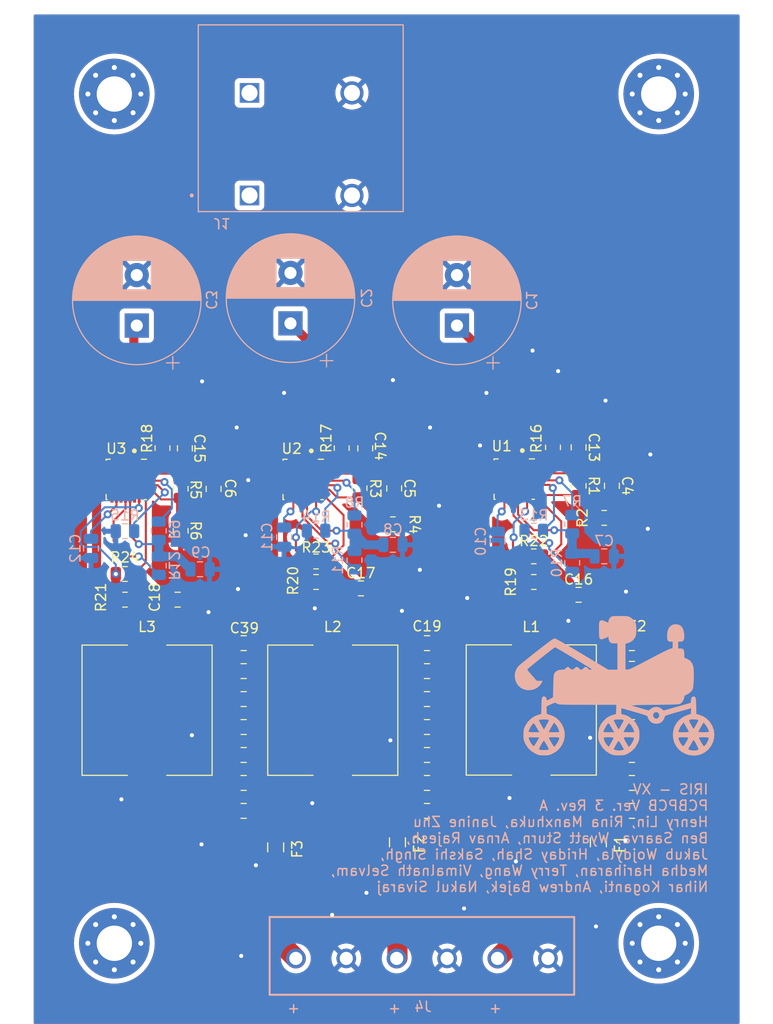
<source format=kicad_pcb>
(kicad_pcb (version 20240108) (generator "pcbnew") (generator_version "8.0")
  (layers (0 "F.Cu" signal) (1 "In1.Cu" power "PWR.Cu") (2 "In2.Cu" power "GND.Cu") (31 "B.Cu" signal) (34 "B.Paste" user) (35 "F.Paste" user) (36 "B.SilkS" user "B.Silkscreen") (37 "F.SilkS" user "F.Silkscreen") (38 "B.Mask" user) (39 "F.Mask" user) (44 "Edge.Cuts" user))
  (net 0 "")
  (net 1 "/V_BAT_IN")
  (net 2 "GND")
  (net 3 "Net-(U1-VDD)")
  (net 4 "Net-(U2-VDD)")
  (net 5 "Net-(U3-VDD)")
  (net 6 "Net-(U1-VDRV)")
  (net 7 "Net-(U2-VDRV)")
  (net 8 "Net-(U3-VDRV)")
  (net 9 "Net-(U1-BOOT)")
  (net 10 "Net-(C13-Pad2)")
  (net 11 "Net-(U2-BOOT)")
  (net 12 "Net-(C14-Pad2)")
  (net 13 "Net-(U3-BOOT)")
  (net 14 "Net-(C15-Pad2)")
  (net 15 "/5V_OUT_1")
  (net 16 "/5V_OUT_2")
  (net 17 "/5V_OUT_3")
  (net 18 "Net-(L1-Pad1)")
  (net 19 "Net-(L2-Pad1)")
  (net 20 "Net-(L3-Pad1)")
  (net 21 "Net-(U1-EN)")
  (net 22 "Net-(U2-EN)")
  (net 23 "Net-(U3-EN)")
  (net 24 "Net-(U1-MODE1)")
  (net 25 "Net-(U2-MODE1)")
  (net 26 "Net-(U3-MODE1)")
  (net 27 "Net-(U1-PGOOD)")
  (net 28 "Net-(U2-PGOOD)")
  (net 29 "Net-(U3-PGOOD)")
  (net 30 "Net-(U1-MODE2)")
  (net 31 "Net-(U2-MODE2)")
  (net 32 "Net-(U3-MODE2)")
  (net 33 "Net-(U1-PHASE)")
  (net 34 "Net-(U2-PHASE)")
  (net 35 "Net-(U3-PHASE)")
  (net 36 "Net-(U1-FB)")
  (net 37 "Net-(U2-FB)")
  (net 38 "Net-(U3-FB)")
  (net 39 "/GL")
  (net 40 "Net-(U1-VOUT)")
  (net 41 "Net-(U2-VOUT)")
  (net 42 "Net-(U3-VOUT)")
  (footprint "MountingHole:MountingHole_3.5mm_Pad_Via" (layer "F.Cu") (at 79.984155 30.875)
    (property "Reference" "REF**" (hide yes))
    (property "Value" "MountingHole_3.5mm_Pad_Via")
  )
  (footprint "Capacitor_SMD:C_0805_2012Metric" (layer "F.Cu") (at 50.450345 79.847)
    (property "Reference" "C17")
    (property "Value" "100nF")
  )
  (footprint "Inductor_SMD:L_Vishay_IHLP-5050" (layer "F.Cu") (at 47.6615 91.912 -90)
    (property "Reference" "L2")
    (property "Value" "1uH")
  )
  (footprint "Capacitor_SMD:C_0805_2012Metric" (layer "F.Cu") (at 57.005345 96.34892)
    (property "Reference" "C21" (hide yes))
    (property "Value" "47uF")
  )
  (footprint "SIC_431_supporting:REGULATOR_SIC431AED-T1-GE3" (layer "F.Cu") (at 44.730345 69.052 -90)
    (property "Reference" "U2")
    (property "Value" "SIC431AED-T1-GE3")
  )
  (footprint "Resistor_SMD:R_0805_2012Metric" (layer "F.Cu") (at 50.315345 69.922 -90)
    (property "Reference" "R3")
    (property "Value" "562k")
  )
  (footprint "Capacitor_SMD:C_0805_2012Metric" (layer "F.Cu") (at 75.342345 69.687 -90)
    (property "Reference" "C4")
    (property "Value" "100nF")
  )
  (footprint "Resistor_SMD:R_0805_2012Metric" (layer "F.Cu") (at 32.575345 74.142 -90)
    (property "Reference" "R6")
    (property "Value" "309k")
  )
  (footprint "Capacitor_SMD:C_0805_2012Metric" (layer "F.Cu") (at 77.325345 96.34892)
    (property "Reference" "C28" (hide yes))
    (property "Value" "47uF")
  )
  (footprint "Resistor_SMD:R_0805_2012Metric" (layer "F.Cu") (at 27.055345 78.422)
    (property "Reference" "R24")
    (property "Value" "78.7k")
  )
  (footprint "Resistor_SMD:R_0805_2012Metric" (layer "F.Cu") (at 48.545345 65.952 90)
    (property "Reference" "R17")
    (property "Value" "0")
  )
  (footprint "Inductor_SMD:L_Vishay_IHLP-5050" (layer "F.Cu") (at 29.245345 91.912 -90)
    (property "Reference" "L3")
    (property "Value" "1uH")
  )
  (footprint "Capacitor_SMD:C_0805_2012Metric" (layer "F.Cu") (at 57.005345 85.272)
    (property "Reference" "C19")
    (property "Value" "47uF")
  )
  (footprint "Capacitor_SMD:C_0805_2012Metric" (layer "F.Cu") (at 38.825345 88.04123)
    (property "Reference" "C34" (hide yes))
    (property "Value" "47uF")
  )
  (footprint "Resistor_SMD:R_0805_2012Metric" (layer "F.Cu") (at 72.040345 69.687 -90)
    (property "Reference" "R1")
    (property "Value" "562k")
  )
  (footprint "Resistor_SMD:R_0805_2012Metric" (layer "F.Cu") (at 30.775345 65.952 90)
    (property "Reference" "R18")
    (property "Value" "0")
  )
  (footprint "Capacitor_SMD:C_0805_2012Metric" (layer "F.Cu") (at 77.325345 85.272)
    (property "Reference" "C32")
    (property "Value" "47uF")
  )
  (footprint "IRIS:FUSC3215X83N" (layer "F.Cu") (at 74 105 -90)
    (property "Reference" "F1")
    (property "Value" "0685P9200-01")
  )
  (footprint "Capacitor_SMD:C_0805_2012Metric" (layer "F.Cu") (at 72.040345 80.482)
    (property "Reference" "C16")
    (property "Value" "100nF")
  )
  (footprint "MountingHole:MountingHole_3.5mm_Pad_Via" (layer "F.Cu") (at 26 30.875)
    (property "Reference" "REF**" (hide yes))
    (property "Value" "MountingHole_3.5mm_Pad_Via")
  )
  (footprint "Capacitor_SMD:C_0805_2012Metric" (layer "F.Cu") (at 53.752345 69.941 -90)
    (property "Reference" "C5")
    (property "Value" "100nF")
  )
  (footprint "Capacitor_SMD:C_0805_2012Metric" (layer "F.Cu") (at 57.005345 99.11815)
    (property "Reference" "C23" (hide yes))
    (property "Value" "47uF")
  )
  (footprint "Capacitor_SMD:C_0805_2012Metric" (layer "F.Cu") (at 32.275345 80.962)
    (property "Reference" "C18")
    (property "Value" "100nF")
  )
  (footprint "Resistor_SMD:R_0805_2012Metric" (layer "F.Cu") (at 74.580345 72.862)
    (property "Reference" "R2")
    (property "Value" "309k")
  )
  (footprint "Resistor_SMD:R_0805_2012Metric" (layer "F.Cu") (at 67.595345 79.212)
    (property "Reference" "R19")
    (property "Value" "10k")
  )
  (footprint "Capacitor_SMD:C_0805_2012Metric" (layer "F.Cu") (at 77.325345 99.11815)
    (property "Reference" "C26" (hide yes))
    (property "Value" "47uF")
  )
  (footprint "IRIS:FUSC3215X83N" (layer "F.Cu") (at 54.076155 105 -90)
    (property "Reference" "F2")
    (property "Value" "0685P9200-01")
  )
  (footprint "Capacitor_SMD:C_0805_2012Metric" (layer "F.Cu") (at 77.325345 90.632)
    (property "Reference" "C30" (hide yes))
    (property "Value" "47uF")
  )
  (footprint "Capacitor_SMD:C_0805_2012Metric" (layer "F.Cu") (at 57.005345 101.88738)
    (property "Reference" "C22" (hide yes))
    (property "Value" "47uF")
  )
  (footprint "Capacitor_SMD:C_0805_2012Metric" (layer "F.Cu") (at 38.825345 101.88738)
    (property "Reference" "C39")
    (property "Value" "47uF")
  )
  (footprint "Capacitor_SMD:C_0805_2012Metric" (layer "F.Cu") (at 57.005345 93.57969)
    (property "Reference" "C25" (hide yes))
    (property "Value" "47uF")
  )
  (footprint "Capacitor_SMD:C_0805_2012Metric" (layer "F.Cu") (at 77.325345 101.88738)
    (property "Reference" "C27" (hide yes))
    (property "Value" "47uF")
  )
  (footprint "Inductor_SMD:L_Vishay_IHLP-5050" (layer "F.Cu") (at 67.345345 91.892 -90)
    (property "Reference" "L1")
    (property "Value" "1uH")
  )
  (footprint "Capacitor_SMD:C_0805_2012Metric" (layer "F.Cu") (at 35.845345 69.9945 -90)
    (property "Reference" "C6")
    (property "Value" "100nF")
  )
  (footprint "Capacitor_SMD:C_0805_2012Metric" (layer "F.Cu") (at 38.825345 90.81046)
    (property "Reference" "C35" (hide yes))
    (property "Value" "47uF")
  )
  (footprint "Capacitor_SMD:C_0805_2012Metric" (layer "F.Cu") (at 57.005345 88.04123)
    (property "Reference" "C20" (hide yes))
    (property "Value" "47uF")
  )
  (footprint "Resistor_SMD:R_0805_2012Metric" (layer "F.Cu") (at 69.500345 65.877 90)
    (property "Reference" "R16")
    (property "Value" "0")
  )
  (footprint "Capacitor_SMD:C_0805_2012Metric" (layer "F.Cu") (at 72.040345 65.877 90)
    (property "Reference" "C13")
    (property "Value" "100nF")
  )
  (footprint "Capacitor_SMD:C_0805_2012Metric" (layer "F.Cu") (at 38.825345 99.11815)
    (property "Reference" "C38" (hide yes))
    (property "Value" "47uF")
  )
  (footprint "MountingHole:MountingHole_3.5mm_Pad_Via" (layer "F.Cu") (at 26 115)
    (property "Reference" "REF**" (hide yes))
    (property "Value" "MountingHole_3.5mm_Pad_Via")
  )
  (footprint "Resistor_SMD:R_0805_2012Metric" (layer "F.Cu") (at 27.055345 80.962)
    (property "Reference" "R21")
    (property "Value" "10k")
  )
  (footprint "IRIS:FUSC3215X83N" (layer "F.Cu") (at 42 105.5 -90)
    (property "Reference" "F3")
    (property "Value" "0685P9200-01")
  )
  (footprint "Capacitor_SMD:C_0805_2012Metric" (layer "F.Cu") (at 38.825345 96.34892)
    (property "Reference" "C37" (hide yes))
    (property "Value" "47uF")
  )
  (footprint "Resistor_SMD:R_0805_2012Metric" (layer "F.Cu") (at 53.625345 73.497)
    (property "Reference" "R4")
    (property "Value" "309k")
  )
  (footprint "Capacitor_SMD:C_0805_2012Metric" (layer "F.Cu") (at 57.005345 90.81046)
    (property "Reference" "C24" (hide yes))
    (property "Value" "47uF")
  )
  (footprint "SIC_431_supporting:REGULATOR_SIC431AED-T1-GE3" (layer "F.Cu") (at 65.657845 69.0195 -90)
    (property "Reference" "U1")
    (property "Value" "SIC431AED-T1-GE3")
  )
  (footprint "Resistor_SMD:R_0805_2012Metric" (layer "F.Cu") (at 67.595345 76.672)
    (property "Reference" "R22")
    (property "Value" "78.7k")
  )
  (footprint "Resistor_SMD:R_0805_2012Metric" (layer "F.Cu") (at 32.575345 69.9745 -90)
    (property "Reference" "R5")
    (property "Value" "562k")
  )
  (footprint "Capacitor_SMD:C_0805_2012Metric" (layer "F.Cu") (at 38.825345 85.272)
    (property "Reference" "C33" (hide yes))
    (property "Value" "47uF")
  )
  (footprint "Capacitor_SMD:C_0805_2012Metric" (layer "F.Cu") (at 50.885345 65.972 90)
    (property "Reference" "C14")
    (property "Value" "100nF")
  )
  (footprint "SIC_431_supporting:REGULATOR_SIC431AED-T1-GE3" (layer "F.Cu") (at 27.185345 69.052 -90)
    (property "Reference" "U3")
    (property "Value" "SIC431AED-T1-GE3")
  )
  (footprint "Resistor_SMD:R_0805_2012Metric" (layer "F.Cu") (at 46.005345 79.212)
    (property "Reference" "R20")
    (property "Value" "10k")
  )
  (footprint "Capacitor_SMD:C_0805_2012Metric" (layer "F.Cu") (at 77.325345 93.57969)
    (property "Reference" "C29" (hide yes))
    (property "Value" "47uF")
  )
  (footprint "Capacitor_SMD:C_0805_2012Metric" (layer "F.Cu") (at 77.325345 87.812)
    (property "Reference" "C31" (hide yes))
    (property "Value" "47uF")
  )
  (footprint "Capacitor_SMD:C_0805_2012Metric" (layer "F.Cu") (at 38.825345 93.57969)
    (property "Reference" "C36" (hide yes))
    (property "Value" "47uF")
  )
  (footprint "Resistor_SMD:R_0805_2012Metric" (layer "F.Cu") (at 46.005345 77.18)
    (property "Reference" "R23")
    (property "Value" "78.7k")
  )
  (footprint "Capacitor_SMD:C_0805_2012Metric" (layer "F.Cu") (at 32.995345 65.972 90)
    (property "Reference" "C15")
    (property "Value" "100nF")
  )
  (footprint "MountingHole:MountingHole_3.5mm_Pad_Via" (layer "F.Cu") (at 79.984155 115)
    (property "Reference" "REF**" (hide yes))
    (property "Value" "MountingHole_3.5mm_Pad_Via")
  )
  (footprint "Resistor_SMD:R_0805_2012Metric" (layer "B.Cu") (at 46.005345 74.132)
    (property "Reference" "R14")
    (property "Value" "200k")
  )
  (footprint "Capacitor_SMD:C_0805_2012Metric" (layer "B.Cu") (at 53.625345 75.529)
    (property "Reference" "C8")
    (property "Value" "1uF")
  )
  (footprint "Resistor_SMD:R_0805_2012Metric" (layer "B.Cu") (at 49.815345 77.042 -90)
    (property "Reference" "R11")
    (property "Value" "100k")
  )
  (footprint "Resistor_SMD:R_0805_2012Metric" (layer "B.Cu") (at 27.055345 74.182)
    (property "Reference" "R15")
    (property "Value" "200k")
  )
  (footprint "Resistor_SMD:R_0805_2012Metric" (layer "B.Cu") (at 30.405345 74.142 90)
    (property "Reference" "R9")
    (property "Value" "100k")
  )
  (footprint "Resistor_SMD:R_0805_2012Metric" (layer "B.Cu") (at 30.405345 77.5945 -90)
    (property "Reference" "R12")
    (property "Value" "100k")
  )
  (footprint "Resistor_SMD:R_0805_2012Metric" (layer "B.Cu") (at 71.405345 77.307 -90)
    (property "Reference" "R10")
    (property "Value" "100k")
  )
  (footprint "Capacitor_THT:CP_Radial_D12.5mm_P5.00mm" (layer "B.Cu") (at 59.975345 53.812 90)
    (property "Reference" "C1")
    (property "Value" "150uF")
  )
  (footprint "Resistor_SMD:R_0805_2012Metric" (layer "B.Cu") (at 49.815345 73.532 90)
    (property "Reference" "R8")
    (property "Value" "100k")
  )
  (footprint "Capacitor_SMD:C_0805_2012Metric" (layer "B.Cu") (at 23.685345 75.882 -90)
    (property "Reference" "C12")
    (property "Value" "4.7uF")
  )
  (footprint "Capacitor_SMD:C_0805_2012Metric" (layer "B.Cu") (at 74.580345 76.672)
    (property "Reference" "C7")
    (property "Value" "1uF")
  )
  (footprint "Capacitor_SMD:C_0805_2012Metric" (layer "B.Cu") (at 64.008 75.184 -90)
    (property "Reference" "C10")
    (property "Value" "4.7uF")
  )
  (footprint "Capacitor_SMD:C_0805_2012Metric" (layer "B.Cu") (at 42.830345 74.767 -90)
    (property "Reference" "C11")
    (property "Value" "4.7uF")
  )
  (footprint "Capacitor_THT:CP_Radial_D12.5mm_P5.00mm" (layer "B.Cu") (at 43.465345 53.595959 90)
    (property "Reference" "C2")
    (property "Value" "150uF")
  )
  (footprint "Capacitor_THT:CP_Radial_D12.5mm_P5.00mm" (layer "B.Cu") (at 28.225345 53.812 90)
    (property "Reference" "C3")
    (property "Value" "150uF")
  )
  (footprint "power_board_support:TE_1986660-2" (layer "B.Cu") (at 39.4035 40.924)
    (property "Reference" "J1")
    (property "Value" "Screw_Terminal_01x02")
  )
  (footprint "Capacitor_SMD:C_0805_2012Metric" (layer "B.Cu") (at 34.495345 77.952)
    (property "Reference" "C9")
    (property "Value" "1uF")
  )
  (footprint "Custom_Silkscreen_and_memes:IRIS_OLD_logo" (layer "B.Cu") (at 75.5 89.5 180)
    (property "Reference" "G***")
    (property "Value" "LOGO" (hide yes))
  )
  (footprint "Resistor_SMD:R_0805_2012Metric" (layer "B.Cu") (at 67.595345 74.132)
    (property "Reference" "R13")
    (property "Value" "200k")
  )
  (footprint "power_board_support:691137710006" (layer "B.Cu") (at 56.5 116.5)
    (property "Reference" "J4")
    (property "Value" "Screw_Terminal_01x06")
  )
  (footprint "Resistor_SMD:R_0805_2012Metric" (layer "B.Cu") (at 71.405345 73.497 90)
    (property "Reference" "R7")
    (property "Value" "100k")
  )
  (gr_text "+" (at 54.5 122 0) (layer "B.SilkS") (effects (font (size 1 1)) (justify left bottom mirror)))
  (gr_text "+" (at 44.5 122 0) (layer "B.SilkS") (effects (font (size 1 1)) (justify left bottom mirror)))
  (gr_text "IRIS - XV\nPCBPCB Ver. 3 Rev. A\nHenry Lin, Rina Manxhuka, Janine Zhu\nBen Saarva, Wyatt Sturn, Arnav Rajesh, \nJakub Wojdyla, Hriday Shah, Sakshi Singh, \nMedha Hariharan, Terry Wang, Vimalnath Selvam, \nNihar Koganti, Andrew Bajek, Nakul Sivaraj" (at 85 110 0) (layer "B.SilkS") (effects (font (size 1 1)) (justify left bottom mirror)))
  (gr_text "+" (at 64.5 122 0) (layer "B.SilkS") (effects (font (size 1 1)) (justify left bottom mirror)))
  (segment (start 65.565673 59.402327) (end 66.407845 60.2445) (width 0.9) (layer "F.Cu") (net 1))
  (segment (start 45.480345 55.610959) (end 53.752345 63.882959) (width 0.9) (layer "F.Cu") (net 1))
  (segment (start 29.122845 68.477) (end 31.990345 68.477) (width 0.2) (layer "F.Cu") (net 1))
  (segment (start 27.935345 57.964208) (end 27.935345 56.352) (width 0.9) (layer "F.Cu") (net 1))
  (segment (start 59.975345 53.812) (end 59.975345 53.879345) (width 0.9) (layer "F.Cu") (net 1))
  (segment (start 35.845345 69.0445) (end 35.150345 69.0445) (width 0.9) (layer "F.Cu") (net 1))
  (segment (start 28.225345 53.812) (end 27.935345 54.102) (width 0.9) (layer "F.Cu") (net 1))
  (segment (start 35.845345 69.0445) (end 32.592845 69.0445) (width 0.9) (layer "F.Cu") (net 1))
  (segment (start 50.315345 69.0095) (end 53.733845 69.0095) (width 0.9) (layer "F.Cu") (net 1))
  (segment (start 35.845345 69.0445) (end 35.845345 65.874208) (width 0.9) (layer "F.Cu") (net 1))
  (segment (start 67.595345 68.4445) (end 71.710345 68.4445) (width 0.2) (layer "F.Cu") (net 1))
  (segment (start 45.480345 67.877) (end 45.480345 55.610959) (width 0.9) (layer "F.Cu") (net 1))
  (segment (start 72.063845 68.798) (end 72.040345 68.7745) (width 0.9) (layer "F.Cu") (net 1))
  (segment (start 69.689327 59.783327) (end 65.946673 59.783327) (width 0.9) (layer "F.Cu") (net 1))
  (segment (start 65.946673 59.783327) (end 65.565673 59.402327) (width 0.9) (layer "F.Cu") (net 1))
  (segment (start 32.292845 69.0445) (end 32.275345 69.062) (width 0.9) (layer "F.Cu") (net 1))
  (segment (start 35.150345 69.0445) (end 35.132845 69.062) (width 0.9) (layer "F.Cu") (net 1))
  (segment (start 53.733845 69.0095) (end 53.752345 68.991) (width 0.9) (layer "F.Cu") (net 1))
  (segment (start 45.480345 55.610959) (end 43.465345 53.595959) (width 0.9) (layer "F.Cu") (net 1))
  (segment (start 27.935345 54.102) (end 27.935345 56.352) (width 0.9) (layer "F.Cu") (net 1))
  (segment (start 72.077845 68.737) (end 72.040345 68.7745) (width 0.9) (layer "F.Cu") (net 1))
  (segment (start 75.342345 65.436345) (end 69.689327 59.783327) (width 0.9) (layer "F.Cu") (net 1))
  (segment (start 71.710345 68.4445) (end 72.040345 68.7745) (width 0.2) (layer "F.Cu") (net 1))
  (segment (start 27.935345 58.892) (end 27.935345 67.877) (width 0.9) (layer "F.Cu") (net 1))
  (segment (start 46.667845 68.477) (end 49.782845 68.477) (width 0.2) (layer "F.Cu") (net 1))
  (segment (start 53.752345 63.882959) (end 53.752345 68.991) (width 0.9) (layer "F.Cu") (net 1))
  (segment (start 59.975345 53.812) (end 65.565673 59.402327) (width 0.9) (layer "F.Cu") (net 1))
  (segment (start 66.407845 60.2445) (end 66.407845 67.8445) (width 0.9) (layer "F.Cu") (net 1))
  (segment (start 75.342345 68.737) (end 72.077845 68.737) (width 0.9) (layer "F.Cu") (net 1))
  (segment (start 35.845345 65.874208) (end 27.935345 57.964208) (width 0.9) (layer "F.Cu") (net 1))
  (segment (start 31.990345 68.477) (end 32.575345 69.062) (width 0.2) (layer "F.Cu") (net 1))
  (segment (start 75.342345 68.737) (end 75.281345 68.798) (width 0.9) (layer "F.Cu") (net 1))
  (segment (start 49.782845 68.477) (end 50.315345 69.0095) (width 0.2) (layer "F.Cu") (net 1))
  (segment (start 75.342345 68.737) (end 75.342345 65.436345) (width 0.9) (layer "F.Cu") (net 1))
  (segment (start 27.935345 56.352) (end 27.935345 58.892) (width 0.9) (layer "F.Cu") (net 1))
  (segment (start 65.132845 70.957) (end 65.132845 69.992) (width 0.1) (layer "F.Cu") (net 2))
  (segment (start 26.660345 70.9895) (end 26.660345 70.0245) (width 0.1) (layer "F.Cu") (net 2))
  (segment (start 65.617845 69.507) (end 65.355345 69.7695) (width 0.25) (layer "F.Cu") (net 2))
  (segment (start 44.690345 69.5395) (end 44.427845 69.802) (width 0.25) (layer "F.Cu") (net 2))
  (segment (start 26.660345 70.0245) (end 26.882845 69.802) (width 0.1) (layer "F.Cu") (net 2))
  (segment (start 44.205345 70.0245) (end 44.427845 69.802) (width 0.1) (layer "F.Cu") (net 2))
  (segment (start 66.407845 69.507) (end 65.617845 69.507) (width 0.25) (layer "F.Cu") (net 2))
  (segment (start 28.010345 70.9895) (end 28.010345 69.6145) (width 0.2) (layer "F.Cu") (net 2))
  (segment (start 28.010345 69.6145) (end 27.935345 69.5395) (width 0.2) (layer "F.Cu") (net 2))
  (segment (start 44.205345 70.9895) (end 44.205345 70.0245) (width 0.1) (layer "F.Cu") (net 2))
  (segment (start 66.482845 70.957) (end 66.482845 69.582) (width 0.2) (layer "F.Cu") (net 2))
  (segment (start 27.935345 69.5395) (end 27.145345 69.5395) (width 0.2) (layer "F.Cu") (net 2))
  (segment (start 66.482845 69.582) (end 66.407845 69.507) (width 0.2) (layer "F.Cu") (net 2))
  (segment (start 45.555345 69.6145) (end 45.480345 69.5395) (width 0.2) (layer "F.Cu") (net 2))
  (segment (start 45.555345 70.9895) (end 45.555345 69.6145) (width 0.2) (layer "F.Cu") (net 2))
  (segment (start 27.145345 69.5395) (end 26.882845 69.802) (width 0.2) (layer "F.Cu") (net 2))
  (segment (start 65.132845 69.992) (end 65.355345 69.7695) (width 0.1) (layer "F.Cu") (net 2))
  (segment (start 45.480345 69.5395) (end 44.690345 69.5395) (width 0.25) (layer "F.Cu") (net 2))
  (via (at 53.3735 94.899) (size 0.8) (drill 0.4) (layers "F.Cu" "B.Cu") (net 2))
  (via (at 73.1855 94.645) (size 0.8) (drill 0.4) (layers "F.Cu" "B.Cu") (net 2))
  (via (at 60.680155 111.553) (size 0.8) (drill 0.4) (layers "F.Cu" "B.Cu") (net 2))
  (via (at 76.7415 80.167) (size 0.8) (drill 0.4) (layers "F.Cu" "B.Cu") (net 2))
  (via (at 53.6275 59.212) (size 0.8) (drill 0.4) (layers "F.Cu" "B.Cu") (net 2))
  (via (at 47.599155 112.188) (size 0.8) (drill 0.4) (layers "F.Cu" "B.Cu") (net 2))
  (via (at 54.5165 82.072) (size 0.8) (drill 0.4) (layers "F.Cu" "B.Cu") (net 2))
  (via (at 58.1995 71.658) (size 0.8) (drill 0.4) (layers "F.Cu" "B.Cu") (net 2))
  (via (at 76.682155 104.822) (size 0.8) (drill 0.4) (layers "F.Cu" "B.Cu") (net 2))
  (via (at 34.645155 105.203) (size 0.8) (drill 0.4) (layers "F.Cu" "B.Cu") (net 2))
  (via (at 60.9935 80.802) (size 0.8) (drill 0.4) (layers "F.Cu" "B.Cu") (net 2))
  (via (at 38.582155 116.252) (size 0.8) (drill 0.4) (layers "F.Cu" "B.Cu") (net 2))
  (via (at 71.0265 83.058) (size 0.8) (drill 0.4) (layers "F.Cu" "B.Cu") (net 2))
  (via (at 45.6265 101.122) (size 0.8) (drill 0.4) (layers "F.Cu" "B.Cu") (net 2))
  (via (at 34.7045 59.339) (size 0.8) (drill 0.4) (layers "F.Cu" "B.Cu") (net 2))
  (via (at 65.8195 106.893) (size 0.8) (drill 0.4) (layers "F.Cu" "B.Cu") (net 2))
  (via (at 79.1545 66.578) (size 0.8) (drill 0.4) (layers "F.Cu" "B.Cu") (net 2))
  (via (at 62.8985 60.482) (size 0.8) (drill 0.4) (layers "F.Cu" "B.Cu") (net 2))
  (via (at 39.0225 74.579) (size 0.8) (drill 0.4) (layers "F.Cu" "B.Cu") (net 2))
  (via (at 38.2605 79.913) (size 0.8) (drill 0.4) (layers "F.Cu" "B.Cu") (net 2))
  (via (at 45.8805 81.818) (size 0.8) (drill 0.4) (layers "F.Cu" "B.Cu") (net 2))
  (via (at 35.3395 82.199) (size 0.8) (drill 0.4) (layers "F.Cu" "B.Cu") (net 2))
  (via (at 73.761155 113.331) (size 0.8) (drill 0.4) (layers "F.Cu" "B.Cu") (net 2))
  (via (at 33.6885 94.391) (size 0.8) (drill 0.4) (layers "F.Cu" "B.Cu") (net 2))
  (via (at 26.7035 100.741) (size 0.8) (drill 0.4) (layers "F.Cu" "B.Cu") (net 2))
  (via (at 51 110) (size 0.8) (drill 0.4) (layers "F.Cu" "B.Cu") (net 2))
  (via (at 70.0105 58.323) (size 0.8) (drill 0.4) (layers "F.Cu" "B.Cu") (net 2))
  (via (at 38.1335 63.911) (size 0.8) (drill 0.4) (layers "F.Cu" "B.Cu") (net 2))
  (via (at 39.2765 69.118) (size 0.8) (drill 0.4) (layers "F.Cu" "B.Cu") (net 2))
  (via (at 78.9005 73.944) (size 0.8) (drill 0.4) (layers "F.Cu" "B.Cu") (net 2))
  (via (at 56.2945 78.008) (size 0.8) (drill 0.4) (layers "F.Cu" "B.Cu") (net 2))
  (via (at 67.4705 56.291) (size 0.8) (drill 0.4) (layers "F.Cu" "B.Cu") (net 2))
  (via (at 57.3105 63.911) (size 0.8) (drill 0.4) (layers "F.Cu" "B.Cu") (net 2))
  (via (at 65.1845 100.614) (size 0.8) (drill 0.4) (layers "F.Cu" "B.Cu") (net 2))
  (via (at 62.2635 65.689) (size 0.8) (drill 0.4) (layers "F.Cu" "B.Cu") (net 2))
  (via (at 40.0385 107.274) (size 0.8) (drill 0.4) (layers "F.Cu" "B.Cu") (net 2))
  (via (at 74.7095 61.244) (size 0.8) (drill 0.4) (layers "F.Cu" "B.Cu") (net 2))
  (via (at 42.8325 60.482) (size 0.8) (drill 0.4) (layers "F.Cu" "B.Cu") (net 2))
  (segment (start 66.032845 72.51745) (end 67.595616 74.080221) (width 0.2) (layer "F.Cu") (net 3))
  (segment (start 66.032845 70.957) (end 66.032845 72.51745) (width 0.2) (layer "F.Cu") (net 3))
  (segment (start 67.595616 74.080221) (end 69.619845 74.080221) (width 0.2) (layer "F.Cu") (net 3))
  (via (at 69.619845 74.080221) (size 0.8) (drill 0.4) (layers "F.Cu" "B.Cu") (net 3))
  (segment (start 73.352845 76.3945) (end 73.630345 76.672) (width 0.9) (layer "B.Cu") (net 3))
  (segment (start 71.405345 76.3945) (end 73.352845 76.3945) (width 0.9) (layer "B.Cu") (net 3))
  (segment (start 71.405345 76.3945) (end 71.405345 74.4095) (width 0.9) (layer "B.Cu") (net 3))
  (segment (start 69.619845 74.080221) (end 71.076066 74.080221) (width 0.2) (layer "B.Cu") (net 3))
  (segment (start 71.076066 74.080221) (end 71.405345 74.4095) (width 0.2) (layer "B.Cu") (net 3))
  (segment (start 45.105345 72.666314) (end 45.105345 70.9895) (width 0.2) (layer "F.Cu") (net 4))
  (segment (start 46.571031 74.132) (end 45.105345 72.666314) (width 0.2) (layer "F.Cu") (net 4))
  (segment (start 48.029845 74.132) (end 46.571031 74.132) (width 0.2) (layer "F.Cu") (net 4))
  (via (at 48.029845 74.132) (size 0.8) (drill 0.4) (layers "F.Cu" "B.Cu") (net 4))
  (segment (start 52.675345 75.529) (end 50.899845 75.529) (width 0.9) (layer "B.Cu") (net 4))
  (segment (start 49.502845 74.132) (end 49.815345 74.4445) (width 0.2) (layer "B.Cu") (net 4))
  (segment (start 49.815345 76.1295) (end 49.815345 74.4445) (width 0.9) (layer "B.Cu") (net 4))
  (segment (start 50.899845 75.529) (end 49.815345 74.4445) (width 0.9) (layer "B.Cu") (net 4))
  (segment (start 48.029845 74.132) (end 49.502845 74.132) (width 0.2) (layer "B.Cu") (net 4))
  (segment (start 28.422845 75.460361) (end 27.560345 74.597861) (width 0.2) (layer "F.Cu") (net 5))
  (segment (start 27.560345 74.597861) (end 27.560345 70.9895) (width 0.2) (layer "F.Cu") (net 5))
  (via (at 28.422845 75.460361) (size 0.8) (drill 0.4) (layers "F.Cu" "B.Cu") (net 5))
  (segment (start 30.405345 76.682) (end 32.275345 76.682) (width 0.9) (layer "B.Cu") (net 5))
  (segment (start 29.999484 75.460361) (end 30.405345 75.0545) (width 0.2) (layer "B.Cu") (net 5))
  (segment (start 28.422845 75.460361) (end 29.999484 75.460361) (width 0.2) (layer "B.Cu") (net 5))
  (segment (start 30.405345 75.0545) (end 30.405345 76.682) (width 0.9) (layer "B.Cu") (net 5))
  (segment (start 32.275345 76.682) (end 33.545345 77.952) (width 0.9) (layer "B.Cu") (net 5))
  (segment (start 64.682845 71.9645) (end 64.420345 72.227) (width 0.2) (layer "F.Cu") (net 6))
  (segment (start 64.682845 70.957) (end 64.682845 71.9645) (width 0.2) (layer "F.Cu") (net 6))
  (via (at 64.420345 72.227) (size 0.8) (drill 0.4) (layers "F.Cu" "B.Cu") (net 6))
  (segment (start 64.420345 72.227) (end 64.008 72.639345) (width 0.2) (layer "B.Cu") (net 6))
  (segment (start 64.008 72.639345) (end 64.008 74.234) (width 0.2) (layer "B.Cu") (net 6))
  (segment (start 43.755345 71.937) (end 43.465345 72.227) (width 0.2) (layer "F.Cu") (net 7))
  (segment (start 43.755345 70.9895) (end 43.755345 71.937) (width 0.2) (layer "F.Cu") (net 7))
  (via (at 43.465345 72.227) (size 0.8) (drill 0.4) (layers "F.Cu" "B.Cu") (net 7))
  (segment (start 43.465345 72.227) (end 42.830345 72.862) (width 0.2) (layer "B.Cu") (net 7))
  (segment (start 42.830345 72.862) (end 42.830345 73.817) (width 0.2) (layer "B.Cu") (net 7))
  (segment (start 26.210345 71.652) (end 25.351376 72.510969) (width 0.2) (layer "F.Cu") (net 8))
  (segment (start 25.351376 72.510969) (end 25.334316 72.510969) (width 0.2) (layer "F.Cu") (net 8))
  (segment (start 26.210345 70.9895) (end 26.210345 71.652) (width 0.2) (layer "F.Cu") (net 8))
  (via (at 25.334316 72.510969) (size 0.8) (drill 0.4) (layers "F.Cu" "B.Cu") (net 8))
  (segment (start 25.334316 72.510969) (end 23.685345 74.15994) (width 0.2) (layer "B.Cu") (net 8))
  (segment (start 23.685345 74.15994) (end 23.685345 74.932) (width 0.2) (layer "B.Cu") (net 8))
  (segment (start 70.872845 67.9945) (end 72.040345 66.827) (width 0.2) (layer "F.Cu") (net 9))
  (segment (start 67.595345 67.9945) (end 70.872845 67.9945) (width 0.2) (layer "F.Cu") (net 9))
  (segment (start 69.500345 64.9645) (end 72.002845 64.9645) (width 0.9) (layer "F.Cu") (net 10))
  (segment (start 72.002845 64.9645) (end 72.040345 64.927) (width 0.9) (layer "F.Cu") (net 10))
  (segment (start 46.667845 68.027) (end 49.780345 68.027) (width 0.2) (layer "F.Cu") (net 11))
  (segment (start 49.780345 68.027) (end 50.885345 66.922) (width 0.2) (layer "F.Cu") (net 11))
  (segment (start 50.867845 65.0395) (end 50.885345 65.022) (width 0.9) (layer "F.Cu") (net 12))
  (segment (start 48.545345 65.0395) (end 50.867845 65.0395) (width 0.9) (layer "F.Cu") (net 12))
  (segment (start 29.122845 68.027) (end 31.890345 68.027) (width 0.2) (layer "F.Cu") (net 13))
  (segment (start 31.890345 68.027) (end 32.995345 66.922) (width 0.2) (layer "F.Cu") (net 13))
  (segment (start 32.977845 65.0395) (end 32.995345 65.022) (width 0.9) (layer "F.Cu") (net 14))
  (segment (start 30.775345 65.0395) (end 32.977845 65.0395) (width 0.9) (layer "F.Cu") (net 14))
  (segment (start 42 106.97) (end 42 114.5) (width 2) (layer "F.Cu") (net 15))
  (segment (start 42 114.5) (end 44 116.5) (width 2) (layer "F.Cu") (net 15))
  (segment (start 54.076155 106.47) (end 54.076155 116.423845) (width 2) (layer "F.Cu") (net 16))
  (segment (start 54.076155 116.423845) (end 54 116.5) (width 2) (layer "F.Cu") (net 16))
  (segment (start 74 106.5) (end 64 116.5) (width 2) (layer "F.Cu") (net 17))
  (segment (start 74 106.47) (end 74 106.5) (width 2) (layer "F.Cu") (net 17))
  (segment (start 63.582845 68.4445) (end 63.507845 68.4445) (width 0.9) (layer "F.Cu") (net 18))
  (segment (start 62.484 69.468345) (end 62.484 69.85) (width 0.9) (layer "F.Cu") (net 18))
  (segment (start 62.484 81.28) (end 62.484 69.85) (width 0.9) (layer "F.Cu") (net 18))
  (segment (start 63.582845 69.1445) (end 62.807845 69.1445) (width 0.9) (layer "F.Cu") (net 18))
  (segment (start 67.345345 86.141345) (end 62.484 81.28) (width 0.9) (layer "F.Cu") (net 18))
  (segment (start 62.484 69.85) (end 62.484 68.643345) (width 0.9) (layer "F.Cu") (net 18))
  (segment (start 62.484 68.643345) (end 63.582845 67.5445) (width 0.9) (layer "F.Cu") (net 18))
  (segment (start 63.507845 68.4445) (end 62.484 69.468345) (width 0.9) (layer "F.Cu") (net 18))
  (segment (start 62.807845 69.1445) (end 62.484 69.468345) (width 0.9) (layer "F.Cu") (net 18))
  (segment (start 67.345345 86.177) (end 67.345345 86.141345) (width 0.9) (layer "F.Cu") (net 18))
  (segment (start 42.655345 69.177) (end 42.555345 69.277) (width 0.9) (layer "F.Cu") (net 19))
  (segment (start 42.555345 69.277) (end 41.780345 69.277) (width 0.9) (layer "F.Cu") (net 19))
  (segment (start 41.780345 68.377) (end 41.780345 69.687) (width 0.9) (layer "F.Cu") (net 19))
  (segment (start 41.780345 69.687) (end 41.780345 80.315845) (width 0.9) (layer "F.Cu") (net 19))
  (segment (start 42.655345 67.577) (end 42.580345 67.577) (width 0.9) (layer "F.Cu") (net 19))
  (segment (start 41.780345 69.277) (end 41.780345 69.687) (width 0.9) (layer "F.Cu") (net 19))
  (segment (start 42.655345 67.577) (end 42.655345 69.277) (width 0.9) (layer "F.Cu") (net 19))
  (segment (start 42.580345 67.577) (end 41.780345 68.377) (width 0.9) (layer "F.Cu") (net 19))
  (segment (start 41.780345 80.315845) (end 47.6615 86.197) (width 0.9) (layer "F.Cu") (net 19))
  (segment (start 24.235345 70.322) (end 24.235345 81.187) (width 0.9) (layer "F.Cu") (net 20))
  (segment (start 24.235345 70.322) (end 24.235345 68.452) (width 0.9) (layer "F.Cu") (net 20))
  (segment (start 24.235345 70.052) (end 24.235345 70.322) (width 0.2) (layer "F.Cu") (net 20))
  (segment (start 25.110345 67.577) (end 25.110345 69.277) (width 0.9) (layer "F.Cu") (net 20))
  (segment (start 24.235345 81.187) (end 29.245345 86.197) (width 0.9) (layer "F.Cu") (net 20))
  (segment (start 25.110345 69.177) (end 24.235345 70.052) (width 0.2) (layer "F.Cu") (net 20))
  (segment (start 24.235345 68.452) (end 25.110345 67.577) (width 0.9) (layer "F.Cu") (net 20))
  (segment (start 73.667845 72.862) (end 73.667845 72.227) (width 0.9) (layer "F.Cu") (net 21))
  (segment (start 68.712845 70.5995) (end 72.040345 70.5995) (width 0.2) (layer "F.Cu") (net 21))
  (segment (start 68.157845 70.0445) (end 68.712845 70.5995) (width 0.2) (layer "F.Cu") (net 21))
  (segment (start 72.040345 70.5995) (end 72.040345 71.2345) (width 0.9) (layer "F.Cu") (net 21))
  (segment (start 72.040345 71.2345) (end 73.667845 72.862) (width 0.9) (layer "F.Cu") (net 21))
  (segment (start 68.157845 70.0445) (end 67.595345 70.0445) (width 0.2) (layer "F.Cu") (net 21))
  (segment (start 52.712845 73.232) (end 50.315345 70.8345) (width 0.9) (layer "F.Cu") (net 22))
  (segment (start 50.315345 70.8345) (end 48.087845 70.8345) (width 0.2) (layer "F.Cu") (net 22))
  (segment (start 52.712845 73.497) (end 52.712845 73.232) (width 0.9) (layer "F.Cu") (net 22))
  (segment (start 47.330345 70.077) (end 46.667845 70.077) (width 0.2) (layer "F.Cu") (net 22))
  (segment (start 48.087845 70.8345) (end 47.330345 70.077) (width 0.2) (layer "F.Cu") (net 22))
  (segment (start 32.575345 70.887) (end 32.575345 73.2295) (width 0.9) (layer "F.Cu") (net 23))
  (segment (start 30.640345 71.032) (end 32.430345 71.032) (width 0.2) (layer "F.Cu") (net 23))
  (segment (start 29.122845 70.077) (end 29.685345 70.077) (width 0.2) (layer "F.Cu") (net 23))
  (segment (start 29.685345 70.077) (end 30.640345 71.032) (width 0.2) (layer "F.Cu") (net 23))
  (segment (start 32.430345 71.032) (end 32.575345 70.887) (width 0.2) (layer "F.Cu") (net 23))
  (segment (start 67.595345 69.1445) (end 70.134845 69.1445) (width 0.2) (layer "F.Cu") (net 24))
  (segment (start 70.134845 69.1445) (end 70.135345 69.144) (width 0.2) (layer "F.Cu") (net 24))
  (via (at 70.135345 69.144) (size 0.8) (drill 0.4) (layers "F.Cu" "B.Cu") (net 24))
  (segment (start 70.135345 69.144) (end 71.405345 70.414) (width 0.2) (layer "B.Cu") (net 24))
  (segment (start 71.405345 70.414) (end 71.405345 72.5845) (width 0.2) (layer "B.Cu") (net 24))
  (segment (start 46.667845 69.177) (end 48.822059 69.177) (width 0.2) (layer "F.Cu") (net 25))
  (segment (start 48.822059 69.177) (end 49.022559 69.3775) (width 0.2) (layer "F.Cu") (net 25))
  (via (at 49.022559 69.3775) (size 0.8) (drill 0.4) (layers "F.Cu" "B.Cu") (net 25))
  (segment (start 49.815345 70.170286) (end 49.022559 69.3775) (width 0.2) (layer "B.Cu") (net 25))
  (segment (start 49.815345 72.6195) (end 49.815345 70.170286) (width 0.2) (layer "B.Cu") (net 25))
  (segment (start 29.850345 69.177) (end 30.839588 69.177) (width 0.2) (layer "F.Cu") (net 26))
  (segment (start 29.122845 69.177) (end 29.850345 69.177) (width 0.2) (layer "F.Cu") (net 26))
  (segment (start 30.839588 69.177) (end 30.970997 69.308409) (width 0.2) (layer "F.Cu") (net 26))
  (via (at 30.970997 69.308409) (size 0.8) (drill 0.4) (layers "F.Cu" "B.Cu") (net 26))
  (segment (start 31.705345 71.9295) (end 30.405345 73.2295) (width 0.2) (layer "B.Cu") (net 26))
  (segment (start 31.705345 70.042757) (end 31.705345 71.9295) (width 0.2) (layer "B.Cu") (net 26))
  (segment (start 30.970997 69.308409) (end 31.705345 70.042757) (width 0.2) (layer "B.Cu") (net 26))
  (segment (start 68.304241 75.354532) (end 69.123679 75.354532) (width 0.2) (layer "F.Cu") (net 27))
  (segment (start 65.582845 70.957) (end 65.582845 72.633136) (width 0.2) (layer "F.Cu") (net 27))
  (segment (start 65.582845 72.633136) (end 68.304241 75.354532) (width 0.2) (layer "F.Cu") (net 27))
  (via (at 69.123679 75.354532) (size 0.8) (drill 0.4) (layers "F.Cu" "B.Cu") (net 27))
  (segment (start 69.123679 75.937834) (end 71.405345 78.2195) (width 0.2) (layer "B.Cu") (net 27))
  (segment (start 69.123679 75.354532) (end 69.123679 75.937834) (width 0.2) (layer "B.Cu") (net 27))
  (segment (start 47.910345 75.402) (end 47.275345 75.402) (width 0.2) (layer "F.Cu") (net 28))
  (segment (start 47.275345 75.402) (end 44.655345 72.782) (width 0.2) (layer "F.Cu") (net 28))
  (segment (start 44.655345 72.782) (end 44.655345 70.9895) (width 0.2) (layer "F.Cu") (net 28))
  (via (at 47.910345 75.402) (size 0.8) (drill 0.4) (layers "F.Cu" "B.Cu") (net 28))
  (segment (start 47.910345 75.402) (end 47.910345 76.0495) (width 0.2) (layer "B.Cu") (net 28))
  (segment (start 47.910345 76.0495) (end 49.815345 77.9545) (width 0.2) (layer "B.Cu") (net 28))
  (segment (start 27.475395 76.682) (end 25.925345 75.13195) (width 0.2) (layer "F.Cu") (net 29))
  (segment (start 25.925345 73.15205) (end 27.110345 71.96705) (width 0.2) (layer "F.Cu") (net 29))
  (segment (start 28.422845 76.682) (end 27.475395 76.682) (width 0.2) (layer "F.Cu") (net 29))
  (segment (start 25.925345 75.13195) (end 25.925345 73.15205) (width 0.2) (layer "F.Cu") (net 29))
  (segment (start 27.110345 71.96705) (end 27.110345 70.9895) (width 0.2) (layer "F.Cu") (net 29))
  (via (at 28.422845 76.682) (size 0.8) (drill 0.4) (layers "F.Cu" "B.Cu") (net 29))
  (segment (start 28.580345 76.682) (end 30.405345 78.507) (width 0.2) (layer "B.Cu") (net 29))
  (segment (start 28.422845 76.682) (end 28.580345 76.682) (width 0.2) (layer "B.Cu") (net 29))
  (segment (start 67.595345 69.5945) (end 69.176722 69.5945) (width 0.2) (layer "F.Cu") (net 30))
  (segment (start 69.176722 69.5945) (end 69.482222 69.9) (width 0.2) (layer "F.Cu") (net 30))
  (via (at 69.482222 69.9) (size 0.8) (drill 0.4) (layers "F.Cu" "B.Cu") (net 30))
  (segment (start 69.596 70.013778) (end 69.596 73.043845) (width 0.2) (layer "B.Cu") (net 30))
  (segment (start 69.596 73.043845) (end 68.507845 74.132) (width 0.2) (layer "B.Cu") (net 30))
  (segment (start 69.482222 69.9) (end 69.596 70.013778) (width 0.2) (layer "B.Cu") (net 30))
  (segment (start 47.869588 69.627) (end 46.667845 69.627) (width 0.2) (layer "F.Cu") (net 31))
  (segment (start 48.11862 69.876032) (end 47.869588 69.627) (width 0.2) (layer "F.Cu") (net 31))
  (via (at 48.11862 69.876032) (size 0.8) (drill 0.4) (layers "F.Cu" "B.Cu") (net 31))
  (segment (start 48.11862 70.748725) (end 48.11862 69.876032) (width 0.2) (layer "B.Cu") (net 31))
  (segment (start 46.917845 74.132) (end 46.917845 71.9495) (width 0.2) (layer "B.Cu") (net 31))
  (segment (start 46.917845 71.9495) (end 48.11862 70.748725) (width 0.2) (layer "B.Cu") (net 31))
  (segment (start 30.300345 69.627) (end 31.005345 70.332) (width 0.2) (layer "F.Cu") (net 32))
  (segment (start 29.122845 69.627) (end 30.300345 69.627) (width 0.2) (layer "F.Cu") (net 32))
  (via (at 31.005345 70.332) (size 0.8) (drill 0.4) (layers "F.Cu" "B.Cu") (net 32))
  (segment (start 31.005345 70.332) (end 27.967845 73.3695) (width 0.2) (layer "B.Cu") (net 32))
  (segment (start 27.967845 73.3695) (end 27.967845 74.182) (width 0.2) (layer "B.Cu") (net 32))
  (segment (start 68.745345 67.5445) (end 69.500345 66.7895) (width 0.2) (layer "F.Cu") (net 33))
  (segment (start 67.595345 67.5445) (end 68.745345 67.5445) (width 0.2) (layer "F.Cu") (net 33))
  (segment (start 46.667845 67.577) (end 47.832845 67.577) (width 0.2) (layer "F.Cu") (net 34))
  (segment (start 47.832845 67.577) (end 48.545345 66.8645) (width 0.2) (layer "F.Cu") (net 34))
  (segment (start 29.122845 67.577) (end 30.062845 67.577) (width 0.2) (layer "F.Cu") (net 35))
  (segment (start 30.775345 66.8645) (end 30.062845 67.577) (width 0.2) (layer "F.Cu") (net 35))
  (segment (start 65.596876 74.790687) (end 65.532 74.855563) (width 0.2) (layer "F.Cu") (net 36))
  (segment (start 66.682845 79.212) (end 66.682845 76.672) (width 0.9) (layer "F.Cu") (net 36))
  (segment (start 66.932845 72.0265) (end 66.732345 72.227) (width 0.2) (layer "F.Cu") (net 36))
  (segment (start 65.75 76.672) (end 66.682845 76.672) (width 0.2) (layer "F.Cu") (net 36))
  (segment (start 65.532 76.454) (end 65.75 76.672) (width 0.2) (layer "F.Cu") (net 36))
  (segment (start 66.932845 70.957) (end 66.932845 72.0265) (width 0.2) (layer "F.Cu") (net 36))
  (segment (start 65.532 74.855563) (end 65.532 76.454) (width 0.2) (layer "F.Cu") (net 36))
  (via (at 65.596876 74.790687) (size 0.8) (drill 0.4) (layers "F.Cu" "B.Cu") (net 36))
  (via (at 66.732345 72.227) (size 0.8) (drill 0.4) (layers "F.Cu" "B.Cu") (net 36))
  (segment (start 66.732345 72.227) (end 65.596876 73.362469) (width 0.2) (layer "B.Cu") (net 36))
  (segment (start 65.596876 73.362469) (end 65.596876 74.790687) (width 0.2) (layer "B.Cu") (net 36))
  (segment (start 45.092845 79.212) (end 45.092845 77.18) (width 0.9) (layer "F.Cu") (net 37))
  (segment (start 44.006876 74.790687) (end 44.006876 76.094031) (width 0.2) (layer "F.Cu") (net 37))
  (segment (start 46.005345 70.9895) (end 46.005345 72.227) (width 0.2) (layer "F.Cu") (net 37))
  (segment (start 44.006876 76.094031) (end 45.092845 77.18) (width 0.2) (layer "F.Cu") (net 37))
  (via (at 44.006876 74.790687) (size 0.8) (drill 0.4) (layers "F.Cu" "B.Cu") (net 37))
  (via (at 46.005345 72.227) (size 0.8) (drill 0.4) (layers "F.Cu" "B.Cu") (net 37))
  (segment (start 44.030563 74.767) (end 44.006876 74.790687) (width 0.2) (layer "B.Cu") (net 37))
  (segment (start 45.507528 72.227) (end 44.100345 73.634183) (width 0.2) (layer "B.Cu") (net 37))
  (segment (start 44.100345 74.767) (end 44.030563 74.767) (width 0.2) (layer "B.Cu") (net 37))
  (segment (start 44.100345 73.634183) (end 44.100345 74.767) (width 0.2) (layer "B.Cu") (net 37))
  (segment (start 46.005345 72.227) (end 45.507528 72.227) (width 0.2) (layer "B.Cu") (net 37))
  (segment (start 26.142845 80.962) (end 26.142845 78.422) (width 0.9) (layer "F.Cu") (net 38))
  (segment (start 28.460345 71.853733) (end 28.423345 71.890733) (width 0.2) (layer "F.Cu") (net 38))
  (segment (start 28.460345 70.9895) (end 28.460345 71.853733) (width 0.2) (layer "F.Cu") (net 38))
  (via (at 28.423345 71.890733) (size 0.8) (drill 0.4) (layers "F.Cu" "B.Cu") (net 38))
  (via (at 26.142845 78.422) (size 0.8) (drill 0.4) (layers "F.Cu" "B.Cu") (net 38))
  (segment (start 22.975601 75.732) (end 22.660345 75.416744) (width 0.2) (layer "B.Cu") (net 38))
  (segment (start 22.660345 74.19499) (end 25.044366 71.810969) (width 0.2) (layer "B.Cu") (net 38))
  (segment (start 22.660345 75.416744) (end 22.660345 74.19499) (width 0.2) (layer "B.Cu") (net 38))
  (segment (start 24.395089 75.732) (end 22.975601 75.732) (width 0.2) (layer "B.Cu") (net 38))
  (segment (start 26.142845 77.479756) (end 24.395089 75.732) (width 0.2) (layer "B.Cu") (net 38))
  (segment (start 25.044366 71.810969) (end 28.343581 71.810969) (width 0.2) (layer "B.Cu") (net 38))
  (segment (start 28.343581 71.810969) (end 28.423345 71.890733) (width 0.2) (layer "B.Cu") (net 38))
  (segment (start 26.142845 78.422) (end 26.142845 77.479756) (width 0.2) (layer "B.Cu") (net 38))
  (segment (start 25.760345 70.587) (end 25.250345 70.077) (width 0.2) (layer "F.Cu") (net 39))
  (segment (start 43.305345 70.472) (end 43.740345 70.037) (width 0.2) (layer "F.Cu") (net 39))
  (segment (start 25.250345 70.077) (end 26.155345 70.077) (width 0.2) (layer "F.Cu") (net 39))
  (segment (start 64.627845 70.0445) (end 64.667845 70.0045) (width 0.2) (layer "F.Cu") (net 39))
  (segment (start 63.722845 70.0445) (end 63.722845 70.447) (width 0.2) (layer "F.Cu") (net 39))
  (segment (start 42.795345 70.077) (end 43.700345 70.077) (width 0.2) (layer "F.Cu") (net 39))
  (segment (start 64.232845 70.4395) (end 64.667845 70.0045) (width 0.2) (layer "F.Cu") (net 39))
  (segment (start 63.722845 70.0445) (end 64.627845 70.0445) (width 0.2) (layer "F.Cu") (net 39))
  (segment (start 42.795345 70.4795) (end 43.305345 70.9895) (width 0.2) (layer "F.Cu") (net 39))
  (segment (start 25.760345 70.9895) (end 25.760345 70.587) (width 0.2) (layer "F.Cu") (net 39))
  (segment (start 26.155345 70.077) (end 26.195345 70.037) (width 0.2) (layer "F.Cu") (net 39))
  (segment (start 43.305345 70.9895) (end 43.305345 70.472) (width 0.2) (layer "F.Cu") (net 39))
  (segment (start 42.795345 70.077) (end 42.795345 70.4795) (width 0.2) (layer "F.Cu") (net 39))
  (segment (start 43.700345 70.077) (end 43.740345 70.037) (width 0.2) (layer "F.Cu") (net 39))
  (segment (start 64.232845 70.957) (end 64.232845 70.4395) (width 0.2) (layer "F.Cu") (net 39))
  (segment (start 25.760345 70.472) (end 25.760345 70.9895) (width 0.2) (layer "F.Cu") (net 39))
  (segment (start 26.195345 70.037) (end 25.760345 70.472) (width 0.2) (layer "F.Cu") (net 39))
  (segment (start 63.722845 70.447) (end 64.232845 70.957) (width 0.2) (layer "F.Cu") (net 39))
  (segment (start 74.732725 103.53) (end 76.375345 101.88738) (width 2) (layer "F.Cu") (net 40))
  (segment (start 76.375345 99.11815) (end 76.375345 96.34892) (width 2) (layer "F.Cu") (net 40))
  (segment (start 76.375345 101.88738) (end 76.375345 99.11815) (width 2) (layer "F.Cu") (net 40))
  (segment (start 74.864195 97.607) (end 76.375345 99.11815) (width 2) (layer "F.Cu") (net 40))
  (segment (start 74 103.53) (end 74.732725 103.53) (width 2) (layer "F.Cu") (net 40))
  (segment (start 67.595345 70.4945) (end 70.319845 73.219) (width 0.2) (layer "F.Cu") (net 40))
  (segment (start 71.090345 79.2545) (end 68.507845 76.672) (width 1) (layer "F.Cu") (net 40))
  (segment (start 71.090345 80.482) (end 71.090345 81.207) (width 1) (layer "F.Cu") (net 40))
  (segment (start 76.375345 96.34892) (end 76.375345 93.57969) (width 2) (layer "F.Cu") (net 40))
  (segment (start 76.375345 87.812) (end 76.375345 85.272) (width 2) (layer "F.Cu") (net 40))
  (segment (start 70.319845 75.476155) (end 69.124 76.672) (width 0.2) (layer "F.Cu") (net 40))
  (segment (start 70.319845 73.219) (end 70.319845 75.476155) (width 0.2) (layer "F.Cu") (net 40))
  (segment (start 75.117265 97.607) (end 76.375345 96.34892) (width 2) (layer "F.Cu") (net 40))
  (segment (start 67.345345 97.607) (end 75.117265 97.607) (width 2) (layer "F.Cu") (net 40))
  (segment (start 76.375345 90.632) (end 76.375345 87.812) (width 2) (layer "F.Cu") (net 40))
  (segment (start 69.124 76.672) (end 68.507845 76.672) (width 0.2) (layer "F.Cu") (net 40))
  (segment (start 67.345345 97.607) (end 74.864195 97.607) (width 2) (layer "F.Cu") (net 40))
  (segment (start 75.155345 85.272) (end 76.375345 85.272) (width 1) (layer "F.Cu") (net 40))
  (segment (start 71.090345 81.207) (end 75.155345 85.272) (width 1) (layer "F.Cu") (net 40))
  (segment (start 71.090345 80.482) (end 71.090345 79.2545) (width 1) (layer "F.Cu") (net 40))
  (segment (start 76.375345 93.57969) (end 76.375345 90.632) (width 2) (layer "F.Cu") (net 40))
  (segment (start 54.16343 103.442725) (end 54.5 103.442725) (width 2) (layer "F.Cu") (net 41))
  (segment (start 46.667845 70.527) (end 48.729845 72.589) (width 0.2) (layer "F.Cu") (net 41))
  (segment (start 49.500345 79.2545) (end 49.500345 79.847) (width 0.9) (layer "F.Cu") (net 41))
  (segment (start 54.777265 97.627) (end 56.055345 96.34892) (width 2) (layer "F.Cu") (net 41))
  (segment (start 47.425845 77.18) (end 49.500345 79.2545) (width 0.9) (layer "F.Cu") (net 41))
  (segment (start 47.6615 97.627) (end 54.777265 97.627) (width 2) (layer "F.Cu") (net 41))
  (segment (start 54.076155 103.53) (end 54.16343 103.442725) (width 2) (layer "F.Cu") (net 41))
  (segment (start 54.777265 97.627) (end 55.595345 98.44508) (width 2) (layer "F.Cu") (net 41))
  (segment (start 48.729845 75.57245) (end 47.122295 77.18) (width 0.2) (layer "F.Cu") (net 41))
  (segment (start 55.595345 102.34738) (end 56.055345 101.88738) (width 0.9) (layer "F.Cu") (net 41))
  (segment (start 46.917845 77.18) (end 47.425845 77.18) (width 0.9) (layer "F.Cu") (net 41))
  (segment (start 56.055345 101.88738) (end 56.055345 85.272) (width 2) (layer "F.Cu") (net 41))
  (segment (start 56.055345 85.272) (end 54.200345 85.272) (width 1) (layer "F.Cu") (net 41))
  (segment (start 54.5 103.442725) (end 56.055345 101.88738) (width 2) (layer "F.Cu") (net 41))
  (segment (start 49.500345 80.572) (end 49.500345 79.847) (width 1) (layer "F.Cu") (net 41))
  (segment (start 48.729845 72.589) (end 48.729845 75.57245) (width 0.2) (layer "F.Cu") (net 41))
  (segment (start 54.200345 85.272) (end 49.500345 80.572) (width 1) (layer "F.Cu") (net 41))
  (segment (start 47.122295 77.18) (end 46.917845 77.18) (width 0.2) (layer "F.Cu") (net 41))
  (segment (start 36.597265 97.627) (end 37.240345 97.627) (width 2) (layer "F.Cu") (net 42))
  (segment (start 31.325345 81.687) (end 31.325345 80.962) (width 1) (layer "F.Cu") (net 42))
  (segment (start 31.325345 80.962) (end 30.507845 80.962) (width 0.9) (layer "F.Cu") (net 42))
  (segment (start 37.875345 96.34892) (end 37.875345 98.262) (width 2) (layer "F.Cu") (net 42))
  (segment (start 39.135427 104.03) (end 37.875345 102.769918) (width 2) (layer "F.Cu") (net 42))
  (segment (start 37.875345 98.90508) (end 36.597265 97.627) (width 2) (layer "F.Cu") (net 42))
  (segment (start 36.597265 97.627) (end 37.875345 96.34892) (width 2) (layer "F.Cu") (net 42))
  (segment (start 37.875345 96.34892) (end 37.875345 85.272) (width 2) (layer "F.Cu") (net 42))
  (segment (start 37.875345 99.11815) (end 37.875345 98.90508) (width 2) (layer "F.Cu") (net 42))
  (segment (start 42 104.03) (end 39.135427 104.03) (width 2) (layer "F.Cu") (net 42))
  (segment (start 37.875345 98.262) (end 37.875345 101.88738) (width 2) (layer "F.Cu") (net 42))
  (segment (start 37.875345 85.272) (end 34.910345 85.272) (width 1) (layer "F.Cu") (net 42))
  (segment (start 37.240345 97.627) (end 37.875345 98.262) (width 2) (layer "F.Cu") (net 42))
  (segment (start 29.245345 97.627) (end 36.597265 97.627) (width 2) (layer "F.Cu") (net 42))
  (segment (start 37.875345 102.769918) (end 37.875345 101.88738) (width 2) (layer "F.Cu") (net 42))
  (segment (start 29.122845 70.527) (end 29.122845 77.267) (width 0.2) (layer "F.Cu") (net 42))
  (segment (start 30.507845 80.962) (end 27.967845 78.422) (width 0.9) (layer "F.Cu") (net 42))
  (segment (start 29.122845 77.267) (end 27.967845 78.422) (width 0.2) (layer "F.Cu") (net 42))
  (segment (start 34.910345 85.272) (end 31.325345 81.687) (width 1) (layer "F.Cu") (net 42))
  (zone (net 2) (net_name "GND") (layer "F.Cu") (priority 2) (connect_pads (clearance 0.5)) (min_thickness 0.25) (fill yes (thermal_gap 0.5) (thermal_bridge_width 0.5))
    (polygon (pts (xy 18 23) (xy 88 23) (xy 88 123) (xy 18 123)))
  )
  (zone (net 2) (net_name "GND") (layer "B.Cu") (priority 3) (connect_pads (clearance 0.5)) (min_thickness 0.25) (fill yes (thermal_gap 0.5) (thermal_bridge_width 0.5))
    (polygon (pts (xy 18 23) (xy 88 23) (xy 88 123) (xy 18 123)))
  )
)
</source>
